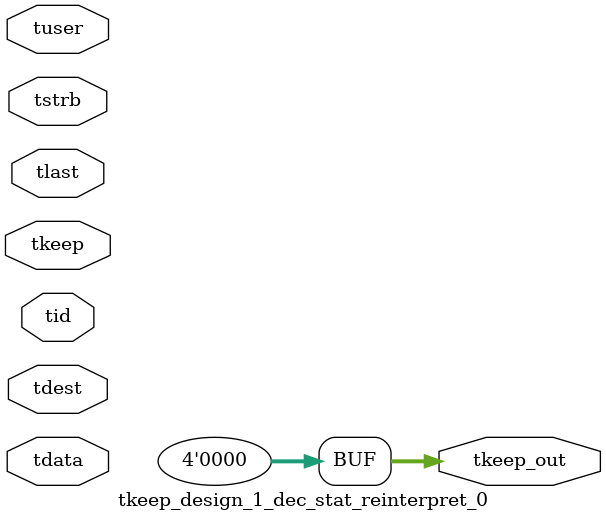
<source format=v>


`timescale 1ps/1ps

module tkeep_design_1_dec_stat_reinterpret_0 #
(
parameter C_S_AXIS_TDATA_WIDTH = 32,
parameter C_S_AXIS_TUSER_WIDTH = 0,
parameter C_S_AXIS_TID_WIDTH   = 0,
parameter C_S_AXIS_TDEST_WIDTH = 0,
parameter C_M_AXIS_TDATA_WIDTH = 32
)
(
input  [(C_S_AXIS_TDATA_WIDTH == 0 ? 1 : C_S_AXIS_TDATA_WIDTH)-1:0     ] tdata,
input  [(C_S_AXIS_TUSER_WIDTH == 0 ? 1 : C_S_AXIS_TUSER_WIDTH)-1:0     ] tuser,
input  [(C_S_AXIS_TID_WIDTH   == 0 ? 1 : C_S_AXIS_TID_WIDTH)-1:0       ] tid,
input  [(C_S_AXIS_TDEST_WIDTH == 0 ? 1 : C_S_AXIS_TDEST_WIDTH)-1:0     ] tdest,
input  [(C_S_AXIS_TDATA_WIDTH/8)-1:0 ] tkeep,
input  [(C_S_AXIS_TDATA_WIDTH/8)-1:0 ] tstrb,
input                                                                    tlast,
output [(C_M_AXIS_TDATA_WIDTH/8)-1:0 ] tkeep_out
);

assign tkeep_out = {1'b0};

endmodule


</source>
